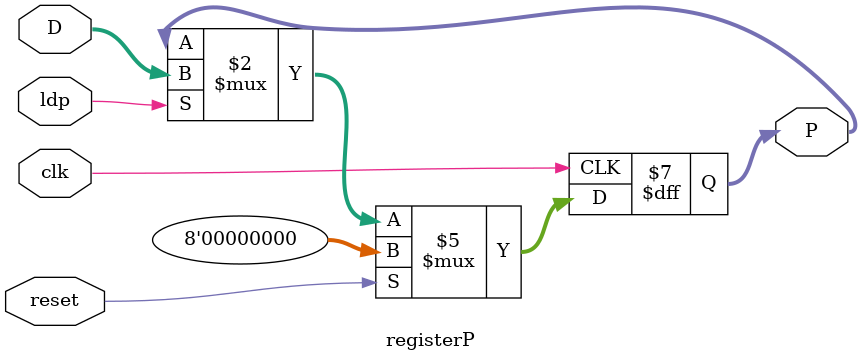
<source format=v>
`timescale 1ns / 1ps

module registerP #(parameter N = 4)(
	input reset,
	input clk,
	input ldp,
	input [2*N-1:0] D,
	output reg [2*N-1:0] P
   );
	
	always@ (posedge clk) begin
		if(reset)
			P <= 0;
		else begin
			if(ldp) P<= D;
		end
	end
endmodule

</source>
